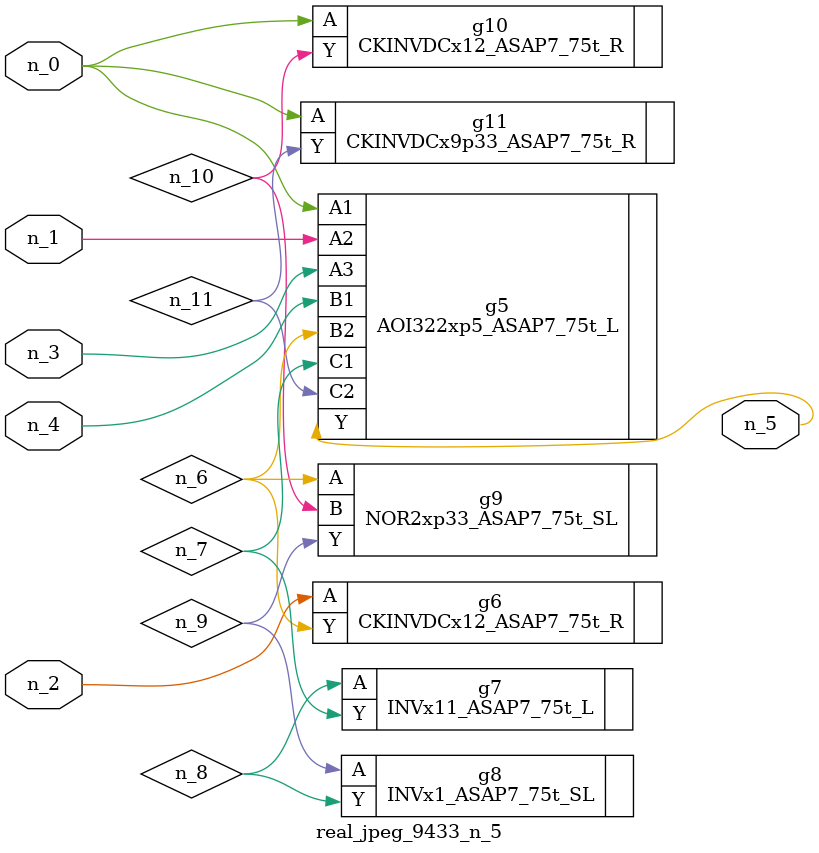
<source format=v>
module real_jpeg_9433_n_5 (n_4, n_0, n_1, n_2, n_3, n_5);

input n_4;
input n_0;
input n_1;
input n_2;
input n_3;

output n_5;

wire n_8;
wire n_11;
wire n_6;
wire n_7;
wire n_10;
wire n_9;

AOI322xp5_ASAP7_75t_L g5 ( 
.A1(n_0),
.A2(n_1),
.A3(n_3),
.B1(n_4),
.B2(n_6),
.C1(n_7),
.C2(n_11),
.Y(n_5)
);

CKINVDCx12_ASAP7_75t_R g10 ( 
.A(n_0),
.Y(n_10)
);

CKINVDCx9p33_ASAP7_75t_R g11 ( 
.A(n_0),
.Y(n_11)
);

CKINVDCx12_ASAP7_75t_R g6 ( 
.A(n_2),
.Y(n_6)
);

NOR2xp33_ASAP7_75t_SL g9 ( 
.A(n_6),
.B(n_10),
.Y(n_9)
);

INVx11_ASAP7_75t_L g7 ( 
.A(n_8),
.Y(n_7)
);

INVx1_ASAP7_75t_SL g8 ( 
.A(n_9),
.Y(n_8)
);


endmodule
</source>
